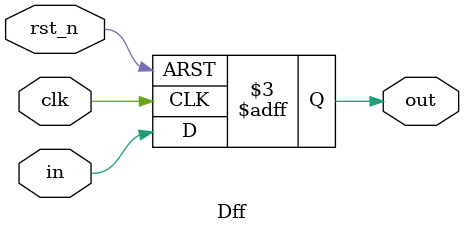
<source format=sv>
module Dff #(
    parameter IWID = 1
) (
    input logic clk,
    input logic rst_n,
    input logic [IWID - 1 : 0] in,
    output logic [IWID - 1 : 0] out
);

    always @(posedge clk or negedge rst_n) begin
        if (~rst_n) begin
            out <= 'b0;
        end else begin
            out <= in;
        end
    end
    
endmodule
</source>
